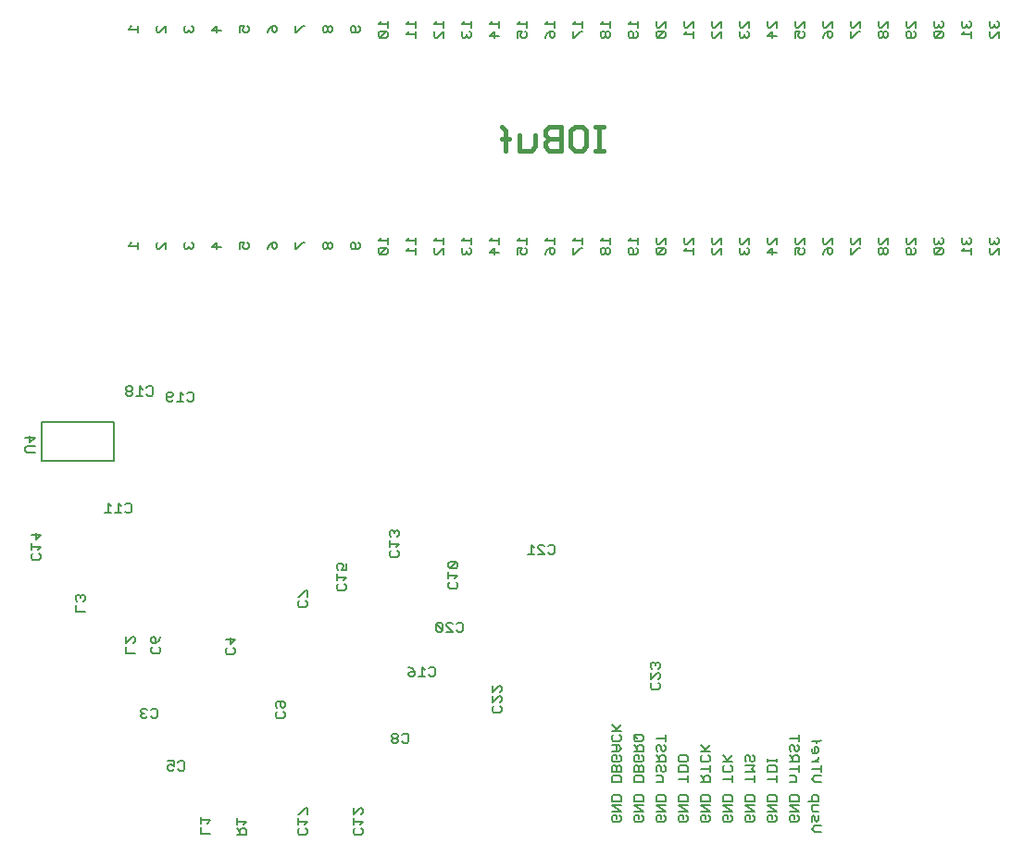
<source format=gbo>
G75*
%MOIN*%
%OFA0B0*%
%FSLAX25Y25*%
%IPPOS*%
%LPD*%
%AMOC8*
5,1,8,0,0,1.08239X$1,22.5*
%
%ADD10C,0.01500*%
%ADD11C,0.00500*%
%ADD12C,0.00800*%
D10*
X0250549Y0270750D02*
X0250549Y0277839D01*
X0249131Y0279257D01*
X0249131Y0275004D02*
X0251967Y0275004D01*
X0255503Y0276422D02*
X0255503Y0270750D01*
X0259757Y0270750D01*
X0261174Y0272168D01*
X0261174Y0276422D01*
X0264711Y0276422D02*
X0266129Y0275004D01*
X0270382Y0275004D01*
X0270382Y0279257D02*
X0266129Y0279257D01*
X0264711Y0277839D01*
X0264711Y0276422D01*
X0266129Y0275004D02*
X0264711Y0273586D01*
X0264711Y0272168D01*
X0266129Y0270750D01*
X0270382Y0270750D01*
X0270382Y0279257D01*
X0273919Y0277839D02*
X0275337Y0279257D01*
X0278172Y0279257D01*
X0279590Y0277839D01*
X0279590Y0272168D01*
X0278172Y0270750D01*
X0275337Y0270750D01*
X0273919Y0272168D01*
X0273919Y0277839D01*
X0282893Y0279257D02*
X0285729Y0279257D01*
X0284311Y0279257D02*
X0284311Y0270750D01*
X0285729Y0270750D02*
X0282893Y0270750D01*
D11*
X0119210Y0066834D02*
X0119794Y0066250D01*
X0120962Y0066250D01*
X0121546Y0066834D01*
X0122893Y0066834D02*
X0123477Y0066250D01*
X0124645Y0066250D01*
X0125229Y0066834D01*
X0125229Y0069169D01*
X0124645Y0069753D01*
X0123477Y0069753D01*
X0122893Y0069169D01*
X0121546Y0069169D02*
X0120962Y0069753D01*
X0119794Y0069753D01*
X0119210Y0069169D01*
X0119210Y0068585D01*
X0119794Y0068001D01*
X0119210Y0067418D01*
X0119210Y0066834D01*
X0119794Y0068001D02*
X0120378Y0068001D01*
X0128899Y0050816D02*
X0131235Y0050816D01*
X0131235Y0049064D01*
X0130067Y0049648D01*
X0129483Y0049648D01*
X0128899Y0049064D01*
X0128899Y0047897D01*
X0129483Y0047313D01*
X0130651Y0047313D01*
X0131235Y0047897D01*
X0132583Y0047897D02*
X0133166Y0047313D01*
X0134334Y0047313D01*
X0134918Y0047897D01*
X0134918Y0050232D01*
X0134334Y0050816D01*
X0133166Y0050816D01*
X0132583Y0050232D01*
X0140729Y0030768D02*
X0140729Y0028433D01*
X0140729Y0029601D02*
X0144232Y0029601D01*
X0143064Y0028433D01*
X0140729Y0027085D02*
X0140729Y0024750D01*
X0144232Y0024750D01*
X0153729Y0024250D02*
X0157232Y0024250D01*
X0157232Y0026001D01*
X0156648Y0026585D01*
X0155480Y0026585D01*
X0154896Y0026001D01*
X0154896Y0024250D01*
X0154896Y0025418D02*
X0153729Y0026585D01*
X0153729Y0027933D02*
X0153729Y0030268D01*
X0153729Y0029101D02*
X0157232Y0029101D01*
X0156064Y0027933D01*
X0175729Y0027884D02*
X0175729Y0030219D01*
X0175729Y0029051D02*
X0179232Y0029051D01*
X0178064Y0027884D01*
X0178648Y0026536D02*
X0179232Y0025952D01*
X0179232Y0024784D01*
X0178648Y0024201D01*
X0176313Y0024201D01*
X0175729Y0024784D01*
X0175729Y0025952D01*
X0176313Y0026536D01*
X0176313Y0031567D02*
X0175729Y0031567D01*
X0176313Y0031567D02*
X0178648Y0033902D01*
X0179232Y0033902D01*
X0179232Y0031567D01*
X0195729Y0031567D02*
X0198064Y0033902D01*
X0198648Y0033902D01*
X0199232Y0033318D01*
X0199232Y0032151D01*
X0198648Y0031567D01*
X0199232Y0029051D02*
X0195729Y0029051D01*
X0195729Y0027884D02*
X0195729Y0030219D01*
X0195729Y0031567D02*
X0195729Y0033902D01*
X0199232Y0029051D02*
X0198064Y0027884D01*
X0198648Y0026536D02*
X0199232Y0025952D01*
X0199232Y0024784D01*
X0198648Y0024201D01*
X0196313Y0024201D01*
X0195729Y0024784D01*
X0195729Y0025952D01*
X0196313Y0026536D01*
X0210160Y0057250D02*
X0211328Y0057250D01*
X0211912Y0057834D01*
X0211912Y0058418D01*
X0211328Y0059001D01*
X0210160Y0059001D01*
X0209577Y0058418D01*
X0209577Y0057834D01*
X0210160Y0057250D01*
X0210160Y0059001D02*
X0209577Y0059585D01*
X0209577Y0060169D01*
X0210160Y0060753D01*
X0211328Y0060753D01*
X0211912Y0060169D01*
X0211912Y0059585D01*
X0211328Y0059001D01*
X0213260Y0057834D02*
X0213844Y0057250D01*
X0215011Y0057250D01*
X0215595Y0057834D01*
X0215595Y0060169D01*
X0215011Y0060753D01*
X0213844Y0060753D01*
X0213260Y0060169D01*
X0216111Y0081250D02*
X0215527Y0081834D01*
X0215527Y0082418D01*
X0216111Y0083001D01*
X0217862Y0083001D01*
X0217862Y0081834D01*
X0217279Y0081250D01*
X0216111Y0081250D01*
X0217862Y0083001D02*
X0216695Y0084169D01*
X0215527Y0084753D01*
X0220378Y0084753D02*
X0220378Y0081250D01*
X0221546Y0081250D02*
X0219210Y0081250D01*
X0221546Y0083585D02*
X0220378Y0084753D01*
X0222893Y0084169D02*
X0223477Y0084753D01*
X0224645Y0084753D01*
X0225229Y0084169D01*
X0225229Y0081834D01*
X0224645Y0081250D01*
X0223477Y0081250D01*
X0222893Y0081834D01*
X0226111Y0097250D02*
X0227279Y0097250D01*
X0227862Y0097834D01*
X0225527Y0100169D01*
X0225527Y0097834D01*
X0226111Y0097250D01*
X0227862Y0097834D02*
X0227862Y0100169D01*
X0227279Y0100753D01*
X0226111Y0100753D01*
X0225527Y0100169D01*
X0229210Y0100169D02*
X0229794Y0100753D01*
X0230962Y0100753D01*
X0231546Y0100169D01*
X0232893Y0100169D02*
X0233477Y0100753D01*
X0234645Y0100753D01*
X0235229Y0100169D01*
X0235229Y0097834D01*
X0234645Y0097250D01*
X0233477Y0097250D01*
X0232893Y0097834D01*
X0231546Y0097250D02*
X0229210Y0099585D01*
X0229210Y0100169D01*
X0229210Y0097250D02*
X0231546Y0097250D01*
X0232711Y0112878D02*
X0230376Y0112878D01*
X0229792Y0113462D01*
X0229792Y0114629D01*
X0230376Y0115213D01*
X0229792Y0116561D02*
X0229792Y0118896D01*
X0229792Y0117729D02*
X0233295Y0117729D01*
X0232127Y0116561D01*
X0232711Y0115213D02*
X0233295Y0114629D01*
X0233295Y0113462D01*
X0232711Y0112878D01*
X0232711Y0120244D02*
X0230376Y0120244D01*
X0232711Y0122579D01*
X0230376Y0122579D01*
X0229792Y0121996D01*
X0229792Y0120828D01*
X0230376Y0120244D01*
X0232711Y0120244D02*
X0233295Y0120828D01*
X0233295Y0121996D01*
X0232711Y0122579D01*
X0212232Y0124834D02*
X0211648Y0124250D01*
X0209313Y0124250D01*
X0208729Y0124834D01*
X0208729Y0126001D01*
X0209313Y0126585D01*
X0208729Y0127933D02*
X0208729Y0130268D01*
X0208729Y0129101D02*
X0212232Y0129101D01*
X0211064Y0127933D01*
X0211648Y0126585D02*
X0212232Y0126001D01*
X0212232Y0124834D01*
X0211648Y0131616D02*
X0212232Y0132200D01*
X0212232Y0133368D01*
X0211648Y0133952D01*
X0211064Y0133952D01*
X0210480Y0133368D01*
X0209896Y0133952D01*
X0209313Y0133952D01*
X0208729Y0133368D01*
X0208729Y0132200D01*
X0209313Y0131616D01*
X0210480Y0132784D02*
X0210480Y0133368D01*
X0193232Y0121952D02*
X0193232Y0119616D01*
X0191480Y0119616D01*
X0192064Y0120784D01*
X0192064Y0121368D01*
X0191480Y0121952D01*
X0190313Y0121952D01*
X0189729Y0121368D01*
X0189729Y0120200D01*
X0190313Y0119616D01*
X0189729Y0118268D02*
X0189729Y0115933D01*
X0189729Y0117101D02*
X0193232Y0117101D01*
X0192064Y0115933D01*
X0192648Y0114585D02*
X0193232Y0114001D01*
X0193232Y0112834D01*
X0192648Y0112250D01*
X0190313Y0112250D01*
X0189729Y0112834D01*
X0189729Y0114001D01*
X0190313Y0114585D01*
X0179232Y0112268D02*
X0179232Y0109933D01*
X0178648Y0108585D02*
X0179232Y0108001D01*
X0179232Y0106834D01*
X0178648Y0106250D01*
X0176313Y0106250D01*
X0175729Y0106834D01*
X0175729Y0108001D01*
X0176313Y0108585D01*
X0176313Y0109933D02*
X0175729Y0109933D01*
X0176313Y0109933D02*
X0178648Y0112268D01*
X0179232Y0112268D01*
X0153232Y0094685D02*
X0151480Y0092933D01*
X0151480Y0095268D01*
X0149729Y0094685D02*
X0153232Y0094685D01*
X0152648Y0091585D02*
X0153232Y0091001D01*
X0153232Y0089834D01*
X0152648Y0089250D01*
X0150313Y0089250D01*
X0149729Y0089834D01*
X0149729Y0091001D01*
X0150313Y0091585D01*
X0168313Y0072268D02*
X0170648Y0072268D01*
X0171232Y0071685D01*
X0171232Y0070517D01*
X0170648Y0069933D01*
X0170064Y0069933D01*
X0169480Y0070517D01*
X0169480Y0072268D01*
X0168313Y0072268D02*
X0167729Y0071685D01*
X0167729Y0070517D01*
X0168313Y0069933D01*
X0168313Y0068585D02*
X0167729Y0068001D01*
X0167729Y0066834D01*
X0168313Y0066250D01*
X0170648Y0066250D01*
X0171232Y0066834D01*
X0171232Y0068001D01*
X0170648Y0068585D01*
X0126295Y0090145D02*
X0125711Y0089561D01*
X0123376Y0089561D01*
X0122792Y0090145D01*
X0122792Y0091312D01*
X0123376Y0091896D01*
X0123376Y0093244D02*
X0122792Y0093828D01*
X0122792Y0094996D01*
X0123376Y0095579D01*
X0123959Y0095579D01*
X0124543Y0094996D01*
X0124543Y0093244D01*
X0123376Y0093244D01*
X0124543Y0093244D02*
X0125711Y0094412D01*
X0126295Y0095579D01*
X0125711Y0091896D02*
X0126295Y0091312D01*
X0126295Y0090145D01*
X0117232Y0089750D02*
X0113729Y0089750D01*
X0113729Y0092085D01*
X0113729Y0093433D02*
X0116064Y0095768D01*
X0116648Y0095768D01*
X0117232Y0095185D01*
X0117232Y0094017D01*
X0116648Y0093433D01*
X0113729Y0093433D02*
X0113729Y0095768D01*
X0099232Y0104750D02*
X0095729Y0104750D01*
X0095729Y0107085D01*
X0096313Y0108433D02*
X0095729Y0109017D01*
X0095729Y0110185D01*
X0096313Y0110768D01*
X0096896Y0110768D01*
X0097480Y0110185D01*
X0097480Y0109601D01*
X0097480Y0110185D02*
X0098064Y0110768D01*
X0098648Y0110768D01*
X0099232Y0110185D01*
X0099232Y0109017D01*
X0098648Y0108433D01*
X0083232Y0123834D02*
X0082648Y0123250D01*
X0080313Y0123250D01*
X0079729Y0123834D01*
X0079729Y0125001D01*
X0080313Y0125585D01*
X0079729Y0126933D02*
X0079729Y0129268D01*
X0079729Y0128101D02*
X0083232Y0128101D01*
X0082064Y0126933D01*
X0082648Y0125585D02*
X0083232Y0125001D01*
X0083232Y0123834D01*
X0081480Y0130616D02*
X0081480Y0132952D01*
X0079729Y0132368D02*
X0083232Y0132368D01*
X0081480Y0130616D01*
X0106204Y0140187D02*
X0108540Y0140187D01*
X0107372Y0140187D02*
X0107372Y0143690D01*
X0108540Y0142522D01*
X0109887Y0140187D02*
X0112223Y0140187D01*
X0111055Y0140187D02*
X0111055Y0143690D01*
X0112223Y0142522D01*
X0113571Y0143106D02*
X0114154Y0143690D01*
X0115322Y0143690D01*
X0115906Y0143106D01*
X0115906Y0140771D01*
X0115322Y0140187D01*
X0114154Y0140187D01*
X0113571Y0140771D01*
X0081032Y0161884D02*
X0078113Y0161884D01*
X0077529Y0162468D01*
X0077529Y0163635D01*
X0078113Y0164219D01*
X0081032Y0164219D01*
X0079280Y0165567D02*
X0079280Y0167902D01*
X0077529Y0167318D02*
X0081032Y0167318D01*
X0079280Y0165567D01*
X0113899Y0182897D02*
X0114483Y0182313D01*
X0115651Y0182313D01*
X0116235Y0182897D01*
X0116235Y0183481D01*
X0115651Y0184064D01*
X0114483Y0184064D01*
X0113899Y0183481D01*
X0113899Y0182897D01*
X0114483Y0184064D02*
X0113899Y0184648D01*
X0113899Y0185232D01*
X0114483Y0185816D01*
X0115651Y0185816D01*
X0116235Y0185232D01*
X0116235Y0184648D01*
X0115651Y0184064D01*
X0117583Y0182313D02*
X0119918Y0182313D01*
X0118750Y0182313D02*
X0118750Y0185816D01*
X0119918Y0184648D01*
X0121266Y0185232D02*
X0121850Y0185816D01*
X0123017Y0185816D01*
X0123601Y0185232D01*
X0123601Y0182897D01*
X0123017Y0182313D01*
X0121850Y0182313D01*
X0121266Y0182897D01*
X0128527Y0183169D02*
X0129111Y0183753D01*
X0130279Y0183753D01*
X0130862Y0183169D01*
X0130862Y0182585D01*
X0130279Y0182001D01*
X0128527Y0182001D01*
X0128527Y0180834D02*
X0128527Y0183169D01*
X0128527Y0180834D02*
X0129111Y0180250D01*
X0130279Y0180250D01*
X0130862Y0180834D01*
X0132210Y0180250D02*
X0134546Y0180250D01*
X0133378Y0180250D02*
X0133378Y0183753D01*
X0134546Y0182585D01*
X0135893Y0183169D02*
X0136477Y0183753D01*
X0137645Y0183753D01*
X0138229Y0183169D01*
X0138229Y0180834D01*
X0137645Y0180250D01*
X0136477Y0180250D01*
X0135893Y0180834D01*
X0135893Y0235256D02*
X0136477Y0235840D01*
X0137061Y0235256D01*
X0137645Y0235256D01*
X0138229Y0235840D01*
X0138229Y0237008D01*
X0137645Y0237592D01*
X0136477Y0236424D02*
X0136477Y0235840D01*
X0135893Y0235256D02*
X0135310Y0235256D01*
X0134726Y0235840D01*
X0134726Y0237008D01*
X0135310Y0237592D01*
X0128229Y0237592D02*
X0128229Y0235256D01*
X0128229Y0237592D02*
X0125893Y0235256D01*
X0125310Y0235256D01*
X0124726Y0235840D01*
X0124726Y0237008D01*
X0125310Y0237592D01*
X0118229Y0237592D02*
X0118229Y0235256D01*
X0118229Y0236424D02*
X0114726Y0236424D01*
X0115893Y0237592D01*
X0144726Y0235840D02*
X0146477Y0237592D01*
X0146477Y0235256D01*
X0144726Y0235840D02*
X0148229Y0235840D01*
X0154726Y0235256D02*
X0154726Y0237592D01*
X0156477Y0237592D01*
X0155893Y0236424D01*
X0155893Y0235840D01*
X0156477Y0235256D01*
X0157645Y0235256D01*
X0158229Y0235840D01*
X0158229Y0237008D01*
X0157645Y0237592D01*
X0164726Y0235256D02*
X0165310Y0236424D01*
X0166477Y0237592D01*
X0166477Y0235840D01*
X0167061Y0235256D01*
X0167645Y0235256D01*
X0168229Y0235840D01*
X0168229Y0237008D01*
X0167645Y0237592D01*
X0166477Y0237592D01*
X0174726Y0237592D02*
X0174726Y0235256D01*
X0175310Y0235256D01*
X0177645Y0237592D01*
X0178229Y0237592D01*
X0184726Y0237008D02*
X0184726Y0235840D01*
X0185310Y0235256D01*
X0185893Y0235256D01*
X0186477Y0235840D01*
X0186477Y0237008D01*
X0185893Y0237592D01*
X0185310Y0237592D01*
X0184726Y0237008D01*
X0186477Y0237008D02*
X0187061Y0237592D01*
X0187645Y0237592D01*
X0188229Y0237008D01*
X0188229Y0235840D01*
X0187645Y0235256D01*
X0187061Y0235256D01*
X0186477Y0235840D01*
X0194726Y0235840D02*
X0195310Y0235256D01*
X0197645Y0235256D01*
X0198229Y0235840D01*
X0198229Y0237008D01*
X0197645Y0237592D01*
X0196477Y0237008D02*
X0196477Y0235256D01*
X0196477Y0237008D02*
X0195893Y0237592D01*
X0195310Y0237592D01*
X0194726Y0237008D01*
X0194726Y0235840D01*
X0204726Y0235166D02*
X0204726Y0233999D01*
X0205310Y0233415D01*
X0207645Y0235750D01*
X0208229Y0235166D01*
X0208229Y0233999D01*
X0207645Y0233415D01*
X0205310Y0233415D01*
X0204726Y0235166D02*
X0205310Y0235750D01*
X0207645Y0235750D01*
X0208229Y0237098D02*
X0208229Y0239433D01*
X0208229Y0238265D02*
X0204726Y0238265D01*
X0205893Y0239433D01*
X0214726Y0238265D02*
X0218229Y0238265D01*
X0218229Y0237098D02*
X0218229Y0239433D01*
X0215893Y0239433D02*
X0214726Y0238265D01*
X0215893Y0235750D02*
X0214726Y0234582D01*
X0218229Y0234582D01*
X0218229Y0233415D02*
X0218229Y0235750D01*
X0224726Y0235166D02*
X0225310Y0235750D01*
X0224726Y0235166D02*
X0224726Y0233999D01*
X0225310Y0233415D01*
X0225893Y0233415D01*
X0228229Y0235750D01*
X0228229Y0233415D01*
X0228229Y0237098D02*
X0228229Y0239433D01*
X0228229Y0238265D02*
X0224726Y0238265D01*
X0225893Y0239433D01*
X0234726Y0238265D02*
X0238229Y0238265D01*
X0238229Y0237098D02*
X0238229Y0239433D01*
X0235893Y0239433D02*
X0234726Y0238265D01*
X0235310Y0235750D02*
X0234726Y0235166D01*
X0234726Y0233999D01*
X0235310Y0233415D01*
X0235893Y0233415D01*
X0236477Y0233999D01*
X0237061Y0233415D01*
X0237645Y0233415D01*
X0238229Y0233999D01*
X0238229Y0235166D01*
X0237645Y0235750D01*
X0236477Y0234582D02*
X0236477Y0233999D01*
X0244726Y0233999D02*
X0246477Y0235750D01*
X0246477Y0233415D01*
X0244726Y0233999D02*
X0248229Y0233999D01*
X0248229Y0237098D02*
X0248229Y0239433D01*
X0248229Y0238265D02*
X0244726Y0238265D01*
X0245893Y0239433D01*
X0254726Y0238265D02*
X0258229Y0238265D01*
X0258229Y0237098D02*
X0258229Y0239433D01*
X0255893Y0239433D02*
X0254726Y0238265D01*
X0254726Y0235750D02*
X0256477Y0235750D01*
X0255893Y0234582D01*
X0255893Y0233999D01*
X0256477Y0233415D01*
X0257645Y0233415D01*
X0258229Y0233999D01*
X0258229Y0235166D01*
X0257645Y0235750D01*
X0254726Y0235750D02*
X0254726Y0233415D01*
X0264726Y0233415D02*
X0265310Y0234582D01*
X0266477Y0235750D01*
X0266477Y0233999D01*
X0267061Y0233415D01*
X0267645Y0233415D01*
X0268229Y0233999D01*
X0268229Y0235166D01*
X0267645Y0235750D01*
X0266477Y0235750D01*
X0268229Y0237098D02*
X0268229Y0239433D01*
X0268229Y0238265D02*
X0264726Y0238265D01*
X0265893Y0239433D01*
X0274726Y0238265D02*
X0278229Y0238265D01*
X0278229Y0237098D02*
X0278229Y0239433D01*
X0275893Y0239433D02*
X0274726Y0238265D01*
X0274726Y0235750D02*
X0274726Y0233415D01*
X0275310Y0233415D01*
X0277645Y0235750D01*
X0278229Y0235750D01*
X0284726Y0235166D02*
X0284726Y0233999D01*
X0285310Y0233415D01*
X0285893Y0233415D01*
X0286477Y0233999D01*
X0286477Y0235166D01*
X0285893Y0235750D01*
X0285310Y0235750D01*
X0284726Y0235166D01*
X0286477Y0235166D02*
X0287061Y0235750D01*
X0287645Y0235750D01*
X0288229Y0235166D01*
X0288229Y0233999D01*
X0287645Y0233415D01*
X0287061Y0233415D01*
X0286477Y0233999D01*
X0288229Y0237098D02*
X0288229Y0239433D01*
X0288229Y0238265D02*
X0284726Y0238265D01*
X0285893Y0239433D01*
X0294726Y0238265D02*
X0298229Y0238265D01*
X0298229Y0237098D02*
X0298229Y0239433D01*
X0295893Y0239433D02*
X0294726Y0238265D01*
X0295310Y0235750D02*
X0295893Y0235750D01*
X0296477Y0235166D01*
X0296477Y0233415D01*
X0295310Y0233415D02*
X0294726Y0233999D01*
X0294726Y0235166D01*
X0295310Y0235750D01*
X0297645Y0235750D02*
X0298229Y0235166D01*
X0298229Y0233999D01*
X0297645Y0233415D01*
X0295310Y0233415D01*
X0304726Y0233999D02*
X0305310Y0233415D01*
X0307645Y0235750D01*
X0308229Y0235166D01*
X0308229Y0233999D01*
X0307645Y0233415D01*
X0305310Y0233415D01*
X0304726Y0233999D02*
X0304726Y0235166D01*
X0305310Y0235750D01*
X0307645Y0235750D01*
X0308229Y0237098D02*
X0308229Y0239433D01*
X0305893Y0237098D01*
X0305310Y0237098D01*
X0304726Y0237682D01*
X0304726Y0238849D01*
X0305310Y0239433D01*
X0314726Y0238849D02*
X0315310Y0239433D01*
X0314726Y0238849D02*
X0314726Y0237682D01*
X0315310Y0237098D01*
X0315893Y0237098D01*
X0318229Y0239433D01*
X0318229Y0237098D01*
X0318229Y0235750D02*
X0318229Y0233415D01*
X0318229Y0234582D02*
X0314726Y0234582D01*
X0315893Y0235750D01*
X0324726Y0235166D02*
X0325310Y0235750D01*
X0324726Y0235166D02*
X0324726Y0233999D01*
X0325310Y0233415D01*
X0325893Y0233415D01*
X0328229Y0235750D01*
X0328229Y0233415D01*
X0328229Y0237098D02*
X0328229Y0239433D01*
X0325893Y0237098D01*
X0325310Y0237098D01*
X0324726Y0237682D01*
X0324726Y0238849D01*
X0325310Y0239433D01*
X0334726Y0238849D02*
X0335310Y0239433D01*
X0334726Y0238849D02*
X0334726Y0237682D01*
X0335310Y0237098D01*
X0335893Y0237098D01*
X0338229Y0239433D01*
X0338229Y0237098D01*
X0337645Y0235750D02*
X0338229Y0235166D01*
X0338229Y0233999D01*
X0337645Y0233415D01*
X0337061Y0233415D01*
X0336477Y0233999D01*
X0336477Y0234582D01*
X0336477Y0233999D02*
X0335893Y0233415D01*
X0335310Y0233415D01*
X0334726Y0233999D01*
X0334726Y0235166D01*
X0335310Y0235750D01*
X0344726Y0233999D02*
X0346477Y0235750D01*
X0346477Y0233415D01*
X0344726Y0233999D02*
X0348229Y0233999D01*
X0348229Y0237098D02*
X0348229Y0239433D01*
X0345893Y0237098D01*
X0345310Y0237098D01*
X0344726Y0237682D01*
X0344726Y0238849D01*
X0345310Y0239433D01*
X0354726Y0238849D02*
X0355310Y0239433D01*
X0354726Y0238849D02*
X0354726Y0237682D01*
X0355310Y0237098D01*
X0355893Y0237098D01*
X0358229Y0239433D01*
X0358229Y0237098D01*
X0357645Y0235750D02*
X0358229Y0235166D01*
X0358229Y0233999D01*
X0357645Y0233415D01*
X0356477Y0233415D01*
X0355893Y0233999D01*
X0355893Y0234582D01*
X0356477Y0235750D01*
X0354726Y0235750D01*
X0354726Y0233415D01*
X0364726Y0233415D02*
X0365310Y0234582D01*
X0366477Y0235750D01*
X0366477Y0233999D01*
X0367061Y0233415D01*
X0367645Y0233415D01*
X0368229Y0233999D01*
X0368229Y0235166D01*
X0367645Y0235750D01*
X0366477Y0235750D01*
X0365893Y0237098D02*
X0365310Y0237098D01*
X0364726Y0237682D01*
X0364726Y0238849D01*
X0365310Y0239433D01*
X0365893Y0237098D02*
X0368229Y0239433D01*
X0368229Y0237098D01*
X0374726Y0237682D02*
X0374726Y0238849D01*
X0375310Y0239433D01*
X0374726Y0237682D02*
X0375310Y0237098D01*
X0375893Y0237098D01*
X0378229Y0239433D01*
X0378229Y0237098D01*
X0378229Y0235750D02*
X0377645Y0235750D01*
X0375310Y0233415D01*
X0374726Y0233415D01*
X0374726Y0235750D01*
X0384726Y0235166D02*
X0384726Y0233999D01*
X0385310Y0233415D01*
X0385893Y0233415D01*
X0386477Y0233999D01*
X0386477Y0235166D01*
X0385893Y0235750D01*
X0385310Y0235750D01*
X0384726Y0235166D01*
X0386477Y0235166D02*
X0387061Y0235750D01*
X0387645Y0235750D01*
X0388229Y0235166D01*
X0388229Y0233999D01*
X0387645Y0233415D01*
X0387061Y0233415D01*
X0386477Y0233999D01*
X0385893Y0237098D02*
X0385310Y0237098D01*
X0384726Y0237682D01*
X0384726Y0238849D01*
X0385310Y0239433D01*
X0385893Y0237098D02*
X0388229Y0239433D01*
X0388229Y0237098D01*
X0394726Y0237682D02*
X0394726Y0238849D01*
X0395310Y0239433D01*
X0394726Y0237682D02*
X0395310Y0237098D01*
X0395893Y0237098D01*
X0398229Y0239433D01*
X0398229Y0237098D01*
X0397645Y0235750D02*
X0398229Y0235166D01*
X0398229Y0233999D01*
X0397645Y0233415D01*
X0395310Y0233415D01*
X0394726Y0233999D01*
X0394726Y0235166D01*
X0395310Y0235750D01*
X0395893Y0235750D01*
X0396477Y0235166D01*
X0396477Y0233415D01*
X0404726Y0233999D02*
X0405310Y0233415D01*
X0407645Y0235750D01*
X0408229Y0235166D01*
X0408229Y0233999D01*
X0407645Y0233415D01*
X0405310Y0233415D01*
X0404726Y0233999D02*
X0404726Y0235166D01*
X0405310Y0235750D01*
X0407645Y0235750D01*
X0407645Y0237098D02*
X0408229Y0237682D01*
X0408229Y0238849D01*
X0407645Y0239433D01*
X0406477Y0238265D02*
X0406477Y0237682D01*
X0407061Y0237098D01*
X0407645Y0237098D01*
X0406477Y0237682D02*
X0405893Y0237098D01*
X0405310Y0237098D01*
X0404726Y0237682D01*
X0404726Y0238849D01*
X0405310Y0239433D01*
X0414726Y0238849D02*
X0414726Y0237682D01*
X0415310Y0237098D01*
X0415893Y0237098D01*
X0416477Y0237682D01*
X0417061Y0237098D01*
X0417645Y0237098D01*
X0418229Y0237682D01*
X0418229Y0238849D01*
X0417645Y0239433D01*
X0416477Y0238265D02*
X0416477Y0237682D01*
X0415893Y0235750D02*
X0414726Y0234582D01*
X0418229Y0234582D01*
X0418229Y0233415D02*
X0418229Y0235750D01*
X0414726Y0238849D02*
X0415310Y0239433D01*
X0424726Y0238849D02*
X0424726Y0237682D01*
X0425310Y0237098D01*
X0425893Y0237098D01*
X0426477Y0237682D01*
X0427061Y0237098D01*
X0427645Y0237098D01*
X0428229Y0237682D01*
X0428229Y0238849D01*
X0427645Y0239433D01*
X0426477Y0238265D02*
X0426477Y0237682D01*
X0425310Y0239433D02*
X0424726Y0238849D01*
X0425310Y0235750D02*
X0424726Y0235166D01*
X0424726Y0233999D01*
X0425310Y0233415D01*
X0425893Y0233415D01*
X0428229Y0235750D01*
X0428229Y0233415D01*
X0428229Y0311415D02*
X0428229Y0313750D01*
X0425893Y0311415D01*
X0425310Y0311415D01*
X0424726Y0311999D01*
X0424726Y0313166D01*
X0425310Y0313750D01*
X0425310Y0315098D02*
X0425893Y0315098D01*
X0426477Y0315682D01*
X0427061Y0315098D01*
X0427645Y0315098D01*
X0428229Y0315682D01*
X0428229Y0316849D01*
X0427645Y0317433D01*
X0426477Y0316265D02*
X0426477Y0315682D01*
X0425310Y0315098D02*
X0424726Y0315682D01*
X0424726Y0316849D01*
X0425310Y0317433D01*
X0418229Y0316849D02*
X0418229Y0315682D01*
X0417645Y0315098D01*
X0417061Y0315098D01*
X0416477Y0315682D01*
X0416477Y0316265D01*
X0416477Y0315682D02*
X0415893Y0315098D01*
X0415310Y0315098D01*
X0414726Y0315682D01*
X0414726Y0316849D01*
X0415310Y0317433D01*
X0417645Y0317433D02*
X0418229Y0316849D01*
X0418229Y0313750D02*
X0418229Y0311415D01*
X0418229Y0312582D02*
X0414726Y0312582D01*
X0415893Y0313750D01*
X0408229Y0313166D02*
X0407645Y0313750D01*
X0405310Y0311415D01*
X0407645Y0311415D01*
X0408229Y0311999D01*
X0408229Y0313166D01*
X0407645Y0313750D02*
X0405310Y0313750D01*
X0404726Y0313166D01*
X0404726Y0311999D01*
X0405310Y0311415D01*
X0405310Y0315098D02*
X0405893Y0315098D01*
X0406477Y0315682D01*
X0407061Y0315098D01*
X0407645Y0315098D01*
X0408229Y0315682D01*
X0408229Y0316849D01*
X0407645Y0317433D01*
X0406477Y0316265D02*
X0406477Y0315682D01*
X0405310Y0315098D02*
X0404726Y0315682D01*
X0404726Y0316849D01*
X0405310Y0317433D01*
X0398229Y0317433D02*
X0395893Y0315098D01*
X0395310Y0315098D01*
X0394726Y0315682D01*
X0394726Y0316849D01*
X0395310Y0317433D01*
X0398229Y0317433D02*
X0398229Y0315098D01*
X0397645Y0313750D02*
X0398229Y0313166D01*
X0398229Y0311999D01*
X0397645Y0311415D01*
X0395310Y0311415D01*
X0394726Y0311999D01*
X0394726Y0313166D01*
X0395310Y0313750D01*
X0395893Y0313750D01*
X0396477Y0313166D01*
X0396477Y0311415D01*
X0388229Y0311999D02*
X0387645Y0311415D01*
X0387061Y0311415D01*
X0386477Y0311999D01*
X0386477Y0313166D01*
X0385893Y0313750D01*
X0385310Y0313750D01*
X0384726Y0313166D01*
X0384726Y0311999D01*
X0385310Y0311415D01*
X0385893Y0311415D01*
X0386477Y0311999D01*
X0386477Y0313166D02*
X0387061Y0313750D01*
X0387645Y0313750D01*
X0388229Y0313166D01*
X0388229Y0311999D01*
X0388229Y0315098D02*
X0388229Y0317433D01*
X0385893Y0315098D01*
X0385310Y0315098D01*
X0384726Y0315682D01*
X0384726Y0316849D01*
X0385310Y0317433D01*
X0378229Y0317433D02*
X0375893Y0315098D01*
X0375310Y0315098D01*
X0374726Y0315682D01*
X0374726Y0316849D01*
X0375310Y0317433D01*
X0378229Y0317433D02*
X0378229Y0315098D01*
X0378229Y0313750D02*
X0377645Y0313750D01*
X0375310Y0311415D01*
X0374726Y0311415D01*
X0374726Y0313750D01*
X0368229Y0313166D02*
X0368229Y0311999D01*
X0367645Y0311415D01*
X0367061Y0311415D01*
X0366477Y0311999D01*
X0366477Y0313750D01*
X0367645Y0313750D01*
X0368229Y0313166D01*
X0366477Y0313750D02*
X0365310Y0312582D01*
X0364726Y0311415D01*
X0365310Y0315098D02*
X0364726Y0315682D01*
X0364726Y0316849D01*
X0365310Y0317433D01*
X0365310Y0315098D02*
X0365893Y0315098D01*
X0368229Y0317433D01*
X0368229Y0315098D01*
X0358229Y0315098D02*
X0358229Y0317433D01*
X0355893Y0315098D01*
X0355310Y0315098D01*
X0354726Y0315682D01*
X0354726Y0316849D01*
X0355310Y0317433D01*
X0354726Y0313750D02*
X0356477Y0313750D01*
X0355893Y0312582D01*
X0355893Y0311999D01*
X0356477Y0311415D01*
X0357645Y0311415D01*
X0358229Y0311999D01*
X0358229Y0313166D01*
X0357645Y0313750D01*
X0354726Y0313750D02*
X0354726Y0311415D01*
X0348229Y0311999D02*
X0344726Y0311999D01*
X0346477Y0313750D01*
X0346477Y0311415D01*
X0345893Y0315098D02*
X0345310Y0315098D01*
X0344726Y0315682D01*
X0344726Y0316849D01*
X0345310Y0317433D01*
X0345893Y0315098D02*
X0348229Y0317433D01*
X0348229Y0315098D01*
X0338229Y0315098D02*
X0338229Y0317433D01*
X0335893Y0315098D01*
X0335310Y0315098D01*
X0334726Y0315682D01*
X0334726Y0316849D01*
X0335310Y0317433D01*
X0335310Y0313750D02*
X0334726Y0313166D01*
X0334726Y0311999D01*
X0335310Y0311415D01*
X0335893Y0311415D01*
X0336477Y0311999D01*
X0337061Y0311415D01*
X0337645Y0311415D01*
X0338229Y0311999D01*
X0338229Y0313166D01*
X0337645Y0313750D01*
X0336477Y0312582D02*
X0336477Y0311999D01*
X0328229Y0311415D02*
X0328229Y0313750D01*
X0325893Y0311415D01*
X0325310Y0311415D01*
X0324726Y0311999D01*
X0324726Y0313166D01*
X0325310Y0313750D01*
X0325310Y0315098D02*
X0324726Y0315682D01*
X0324726Y0316849D01*
X0325310Y0317433D01*
X0325310Y0315098D02*
X0325893Y0315098D01*
X0328229Y0317433D01*
X0328229Y0315098D01*
X0318229Y0315098D02*
X0318229Y0317433D01*
X0315893Y0315098D01*
X0315310Y0315098D01*
X0314726Y0315682D01*
X0314726Y0316849D01*
X0315310Y0317433D01*
X0315893Y0313750D02*
X0314726Y0312582D01*
X0318229Y0312582D01*
X0318229Y0311415D02*
X0318229Y0313750D01*
X0308229Y0313166D02*
X0307645Y0313750D01*
X0305310Y0311415D01*
X0307645Y0311415D01*
X0308229Y0311999D01*
X0308229Y0313166D01*
X0307645Y0313750D02*
X0305310Y0313750D01*
X0304726Y0313166D01*
X0304726Y0311999D01*
X0305310Y0311415D01*
X0305310Y0315098D02*
X0304726Y0315682D01*
X0304726Y0316849D01*
X0305310Y0317433D01*
X0305310Y0315098D02*
X0305893Y0315098D01*
X0308229Y0317433D01*
X0308229Y0315098D01*
X0298229Y0315098D02*
X0298229Y0317433D01*
X0298229Y0316265D02*
X0294726Y0316265D01*
X0295893Y0317433D01*
X0295893Y0313750D02*
X0296477Y0313166D01*
X0296477Y0311415D01*
X0295310Y0311415D02*
X0294726Y0311999D01*
X0294726Y0313166D01*
X0295310Y0313750D01*
X0295893Y0313750D01*
X0297645Y0313750D02*
X0298229Y0313166D01*
X0298229Y0311999D01*
X0297645Y0311415D01*
X0295310Y0311415D01*
X0288229Y0311999D02*
X0288229Y0313166D01*
X0287645Y0313750D01*
X0287061Y0313750D01*
X0286477Y0313166D01*
X0286477Y0311999D01*
X0287061Y0311415D01*
X0287645Y0311415D01*
X0288229Y0311999D01*
X0286477Y0311999D02*
X0285893Y0311415D01*
X0285310Y0311415D01*
X0284726Y0311999D01*
X0284726Y0313166D01*
X0285310Y0313750D01*
X0285893Y0313750D01*
X0286477Y0313166D01*
X0288229Y0315098D02*
X0288229Y0317433D01*
X0288229Y0316265D02*
X0284726Y0316265D01*
X0285893Y0317433D01*
X0278229Y0317433D02*
X0278229Y0315098D01*
X0278229Y0316265D02*
X0274726Y0316265D01*
X0275893Y0317433D01*
X0274726Y0313750D02*
X0274726Y0311415D01*
X0275310Y0311415D01*
X0277645Y0313750D01*
X0278229Y0313750D01*
X0268229Y0313166D02*
X0268229Y0311999D01*
X0267645Y0311415D01*
X0267061Y0311415D01*
X0266477Y0311999D01*
X0266477Y0313750D01*
X0267645Y0313750D01*
X0268229Y0313166D01*
X0266477Y0313750D02*
X0265310Y0312582D01*
X0264726Y0311415D01*
X0268229Y0315098D02*
X0268229Y0317433D01*
X0268229Y0316265D02*
X0264726Y0316265D01*
X0265893Y0317433D01*
X0258229Y0317433D02*
X0258229Y0315098D01*
X0258229Y0316265D02*
X0254726Y0316265D01*
X0255893Y0317433D01*
X0256477Y0313750D02*
X0255893Y0312582D01*
X0255893Y0311999D01*
X0256477Y0311415D01*
X0257645Y0311415D01*
X0258229Y0311999D01*
X0258229Y0313166D01*
X0257645Y0313750D01*
X0256477Y0313750D02*
X0254726Y0313750D01*
X0254726Y0311415D01*
X0248229Y0311999D02*
X0244726Y0311999D01*
X0246477Y0313750D01*
X0246477Y0311415D01*
X0248229Y0315098D02*
X0248229Y0317433D01*
X0248229Y0316265D02*
X0244726Y0316265D01*
X0245893Y0317433D01*
X0238229Y0317433D02*
X0238229Y0315098D01*
X0238229Y0316265D02*
X0234726Y0316265D01*
X0235893Y0317433D01*
X0235310Y0313750D02*
X0234726Y0313166D01*
X0234726Y0311999D01*
X0235310Y0311415D01*
X0235893Y0311415D01*
X0236477Y0311999D01*
X0237061Y0311415D01*
X0237645Y0311415D01*
X0238229Y0311999D01*
X0238229Y0313166D01*
X0237645Y0313750D01*
X0236477Y0312582D02*
X0236477Y0311999D01*
X0228229Y0311415D02*
X0228229Y0313750D01*
X0225893Y0311415D01*
X0225310Y0311415D01*
X0224726Y0311999D01*
X0224726Y0313166D01*
X0225310Y0313750D01*
X0224726Y0316265D02*
X0228229Y0316265D01*
X0228229Y0315098D02*
X0228229Y0317433D01*
X0225893Y0317433D02*
X0224726Y0316265D01*
X0218229Y0316265D02*
X0214726Y0316265D01*
X0215893Y0317433D01*
X0218229Y0317433D02*
X0218229Y0315098D01*
X0218229Y0313750D02*
X0218229Y0311415D01*
X0218229Y0312582D02*
X0214726Y0312582D01*
X0215893Y0313750D01*
X0208229Y0313166D02*
X0207645Y0313750D01*
X0205310Y0311415D01*
X0207645Y0311415D01*
X0208229Y0311999D01*
X0208229Y0313166D01*
X0207645Y0313750D02*
X0205310Y0313750D01*
X0204726Y0313166D01*
X0204726Y0311999D01*
X0205310Y0311415D01*
X0208229Y0315098D02*
X0208229Y0317433D01*
X0208229Y0316265D02*
X0204726Y0316265D01*
X0205893Y0317433D01*
X0198229Y0315008D02*
X0198229Y0313840D01*
X0197645Y0313256D01*
X0195310Y0313256D01*
X0194726Y0313840D01*
X0194726Y0315008D01*
X0195310Y0315592D01*
X0195893Y0315592D01*
X0196477Y0315008D01*
X0196477Y0313256D01*
X0198229Y0315008D02*
X0197645Y0315592D01*
X0188229Y0315008D02*
X0187645Y0315592D01*
X0187061Y0315592D01*
X0186477Y0315008D01*
X0186477Y0313840D01*
X0187061Y0313256D01*
X0187645Y0313256D01*
X0188229Y0313840D01*
X0188229Y0315008D01*
X0186477Y0315008D02*
X0185893Y0315592D01*
X0185310Y0315592D01*
X0184726Y0315008D01*
X0184726Y0313840D01*
X0185310Y0313256D01*
X0185893Y0313256D01*
X0186477Y0313840D01*
X0178229Y0315592D02*
X0177645Y0315592D01*
X0175310Y0313256D01*
X0174726Y0313256D01*
X0174726Y0315592D01*
X0168229Y0315008D02*
X0168229Y0313840D01*
X0167645Y0313256D01*
X0167061Y0313256D01*
X0166477Y0313840D01*
X0166477Y0315592D01*
X0167645Y0315592D01*
X0168229Y0315008D01*
X0166477Y0315592D02*
X0165310Y0314424D01*
X0164726Y0313256D01*
X0158229Y0313840D02*
X0158229Y0315008D01*
X0157645Y0315592D01*
X0156477Y0315592D02*
X0155893Y0314424D01*
X0155893Y0313840D01*
X0156477Y0313256D01*
X0157645Y0313256D01*
X0158229Y0313840D01*
X0156477Y0315592D02*
X0154726Y0315592D01*
X0154726Y0313256D01*
X0148229Y0313840D02*
X0144726Y0313840D01*
X0146477Y0315592D01*
X0146477Y0313256D01*
X0138229Y0313840D02*
X0138229Y0315008D01*
X0137645Y0315592D01*
X0136477Y0314424D02*
X0136477Y0313840D01*
X0137061Y0313256D01*
X0137645Y0313256D01*
X0138229Y0313840D01*
X0136477Y0313840D02*
X0135893Y0313256D01*
X0135310Y0313256D01*
X0134726Y0313840D01*
X0134726Y0315008D01*
X0135310Y0315592D01*
X0128229Y0315592D02*
X0125893Y0313256D01*
X0125310Y0313256D01*
X0124726Y0313840D01*
X0124726Y0315008D01*
X0125310Y0315592D01*
X0128229Y0315592D02*
X0128229Y0313256D01*
X0118229Y0313256D02*
X0118229Y0315592D01*
X0118229Y0314424D02*
X0114726Y0314424D01*
X0115893Y0315592D01*
X0259695Y0128753D02*
X0259695Y0125250D01*
X0260862Y0125250D02*
X0258527Y0125250D01*
X0260862Y0127585D02*
X0259695Y0128753D01*
X0262210Y0128169D02*
X0262794Y0128753D01*
X0263962Y0128753D01*
X0264546Y0128169D01*
X0265893Y0128169D02*
X0266477Y0128753D01*
X0267645Y0128753D01*
X0268229Y0128169D01*
X0268229Y0125834D01*
X0267645Y0125250D01*
X0266477Y0125250D01*
X0265893Y0125834D01*
X0264546Y0125250D02*
X0262210Y0127585D01*
X0262210Y0128169D01*
X0262210Y0125250D02*
X0264546Y0125250D01*
X0303313Y0086402D02*
X0302729Y0085818D01*
X0302729Y0084651D01*
X0303313Y0084067D01*
X0302729Y0082719D02*
X0302729Y0080384D01*
X0305064Y0082719D01*
X0305648Y0082719D01*
X0306232Y0082135D01*
X0306232Y0080968D01*
X0305648Y0080384D01*
X0305648Y0079036D02*
X0306232Y0078452D01*
X0306232Y0077284D01*
X0305648Y0076701D01*
X0303313Y0076701D01*
X0302729Y0077284D01*
X0302729Y0078452D01*
X0303313Y0079036D01*
X0305648Y0084067D02*
X0306232Y0084651D01*
X0306232Y0085818D01*
X0305648Y0086402D01*
X0305064Y0086402D01*
X0304480Y0085818D01*
X0303896Y0086402D01*
X0303313Y0086402D01*
X0304480Y0085818D02*
X0304480Y0085235D01*
X0292232Y0063902D02*
X0289896Y0061567D01*
X0290480Y0062151D02*
X0288729Y0063902D01*
X0288729Y0061567D02*
X0292232Y0061567D01*
X0291648Y0060219D02*
X0292232Y0059635D01*
X0292232Y0058468D01*
X0291648Y0057884D01*
X0289313Y0057884D01*
X0288729Y0058468D01*
X0288729Y0059635D01*
X0289313Y0060219D01*
X0288729Y0056536D02*
X0291064Y0056536D01*
X0292232Y0055368D01*
X0291064Y0054201D01*
X0288729Y0054201D01*
X0289313Y0052853D02*
X0290480Y0052853D01*
X0290480Y0051685D01*
X0289313Y0050517D02*
X0288729Y0051101D01*
X0288729Y0052269D01*
X0289313Y0052853D01*
X0290480Y0054201D02*
X0290480Y0056536D01*
X0291648Y0052853D02*
X0292232Y0052269D01*
X0292232Y0051101D01*
X0291648Y0050517D01*
X0289313Y0050517D01*
X0289313Y0049170D02*
X0288729Y0048586D01*
X0288729Y0046834D01*
X0292232Y0046834D01*
X0292232Y0048586D01*
X0291648Y0049170D01*
X0291064Y0049170D01*
X0290480Y0048586D01*
X0290480Y0046834D01*
X0290480Y0048586D02*
X0289896Y0049170D01*
X0289313Y0049170D01*
X0289313Y0045486D02*
X0291648Y0045486D01*
X0292232Y0044903D01*
X0292232Y0043151D01*
X0288729Y0043151D01*
X0288729Y0044903D01*
X0289313Y0045486D01*
X0296729Y0044903D02*
X0296729Y0043151D01*
X0300232Y0043151D01*
X0300232Y0044903D01*
X0299648Y0045486D01*
X0297313Y0045486D01*
X0296729Y0044903D01*
X0296729Y0046834D02*
X0296729Y0048586D01*
X0297313Y0049170D01*
X0297896Y0049170D01*
X0298480Y0048586D01*
X0298480Y0046834D01*
X0296729Y0046834D02*
X0300232Y0046834D01*
X0300232Y0048586D01*
X0299648Y0049170D01*
X0299064Y0049170D01*
X0298480Y0048586D01*
X0297313Y0050517D02*
X0296729Y0051101D01*
X0296729Y0052269D01*
X0297313Y0052853D01*
X0298480Y0052853D01*
X0298480Y0051685D01*
X0299648Y0050517D02*
X0297313Y0050517D01*
X0299648Y0050517D02*
X0300232Y0051101D01*
X0300232Y0052269D01*
X0299648Y0052853D01*
X0300232Y0054201D02*
X0300232Y0055952D01*
X0299648Y0056536D01*
X0298480Y0056536D01*
X0297896Y0055952D01*
X0297896Y0054201D01*
X0297896Y0055368D02*
X0296729Y0056536D01*
X0297313Y0057884D02*
X0296729Y0058468D01*
X0296729Y0059635D01*
X0297313Y0060219D01*
X0299648Y0060219D01*
X0300232Y0059635D01*
X0300232Y0058468D01*
X0299648Y0057884D01*
X0297313Y0057884D01*
X0297896Y0059051D02*
X0296729Y0060219D01*
X0296729Y0054201D02*
X0300232Y0054201D01*
X0304729Y0054784D02*
X0305313Y0054201D01*
X0304729Y0054784D02*
X0304729Y0055952D01*
X0305313Y0056536D01*
X0305896Y0056536D01*
X0306480Y0055952D01*
X0306480Y0054784D01*
X0307064Y0054201D01*
X0307648Y0054201D01*
X0308232Y0054784D01*
X0308232Y0055952D01*
X0307648Y0056536D01*
X0308232Y0057884D02*
X0308232Y0060219D01*
X0308232Y0059051D02*
X0304729Y0059051D01*
X0304729Y0052853D02*
X0305896Y0051685D01*
X0305896Y0052269D02*
X0305896Y0050517D01*
X0304729Y0050517D02*
X0308232Y0050517D01*
X0308232Y0052269D01*
X0307648Y0052853D01*
X0306480Y0052853D01*
X0305896Y0052269D01*
X0305896Y0049170D02*
X0305313Y0049170D01*
X0304729Y0048586D01*
X0304729Y0047418D01*
X0305313Y0046834D01*
X0306480Y0047418D02*
X0306480Y0048586D01*
X0305896Y0049170D01*
X0307648Y0049170D02*
X0308232Y0048586D01*
X0308232Y0047418D01*
X0307648Y0046834D01*
X0307064Y0046834D01*
X0306480Y0047418D01*
X0306480Y0045486D02*
X0304729Y0045486D01*
X0306480Y0045486D02*
X0307064Y0044903D01*
X0307064Y0043151D01*
X0304729Y0043151D01*
X0305313Y0038635D02*
X0307648Y0038635D01*
X0308232Y0038051D01*
X0308232Y0036299D01*
X0304729Y0036299D01*
X0304729Y0038051D01*
X0305313Y0038635D01*
X0304729Y0034952D02*
X0308232Y0034952D01*
X0308232Y0032616D02*
X0304729Y0034952D01*
X0304729Y0032616D02*
X0308232Y0032616D01*
X0307648Y0031268D02*
X0308232Y0030685D01*
X0308232Y0029517D01*
X0307648Y0028933D01*
X0305313Y0028933D01*
X0304729Y0029517D01*
X0304729Y0030685D01*
X0305313Y0031268D01*
X0306480Y0031268D01*
X0306480Y0030101D01*
X0300232Y0030685D02*
X0300232Y0029517D01*
X0299648Y0028933D01*
X0297313Y0028933D01*
X0296729Y0029517D01*
X0296729Y0030685D01*
X0297313Y0031268D01*
X0298480Y0031268D01*
X0298480Y0030101D01*
X0299648Y0031268D02*
X0300232Y0030685D01*
X0300232Y0032616D02*
X0296729Y0034952D01*
X0300232Y0034952D01*
X0300232Y0036299D02*
X0296729Y0036299D01*
X0296729Y0038051D01*
X0297313Y0038635D01*
X0299648Y0038635D01*
X0300232Y0038051D01*
X0300232Y0036299D01*
X0300232Y0032616D02*
X0296729Y0032616D01*
X0292232Y0032616D02*
X0288729Y0034952D01*
X0292232Y0034952D01*
X0292232Y0036299D02*
X0288729Y0036299D01*
X0288729Y0038051D01*
X0289313Y0038635D01*
X0291648Y0038635D01*
X0292232Y0038051D01*
X0292232Y0036299D01*
X0292232Y0032616D02*
X0288729Y0032616D01*
X0289313Y0031268D02*
X0290480Y0031268D01*
X0290480Y0030101D01*
X0289313Y0031268D02*
X0288729Y0030685D01*
X0288729Y0029517D01*
X0289313Y0028933D01*
X0291648Y0028933D01*
X0292232Y0029517D01*
X0292232Y0030685D01*
X0291648Y0031268D01*
X0312729Y0030685D02*
X0313313Y0031268D01*
X0314480Y0031268D01*
X0314480Y0030101D01*
X0313313Y0028933D02*
X0312729Y0029517D01*
X0312729Y0030685D01*
X0313313Y0028933D02*
X0315648Y0028933D01*
X0316232Y0029517D01*
X0316232Y0030685D01*
X0315648Y0031268D01*
X0316232Y0032616D02*
X0312729Y0034952D01*
X0316232Y0034952D01*
X0316232Y0036299D02*
X0312729Y0036299D01*
X0312729Y0038051D01*
X0313313Y0038635D01*
X0315648Y0038635D01*
X0316232Y0038051D01*
X0316232Y0036299D01*
X0316232Y0032616D02*
X0312729Y0032616D01*
X0320729Y0032616D02*
X0324232Y0032616D01*
X0320729Y0034952D01*
X0324232Y0034952D01*
X0324232Y0036299D02*
X0324232Y0038051D01*
X0323648Y0038635D01*
X0321313Y0038635D01*
X0320729Y0038051D01*
X0320729Y0036299D01*
X0324232Y0036299D01*
X0328729Y0036299D02*
X0328729Y0038051D01*
X0329313Y0038635D01*
X0331648Y0038635D01*
X0332232Y0038051D01*
X0332232Y0036299D01*
X0328729Y0036299D01*
X0328729Y0034952D02*
X0332232Y0034952D01*
X0332232Y0032616D02*
X0328729Y0034952D01*
X0328729Y0032616D02*
X0332232Y0032616D01*
X0331648Y0031268D02*
X0332232Y0030685D01*
X0332232Y0029517D01*
X0331648Y0028933D01*
X0329313Y0028933D01*
X0328729Y0029517D01*
X0328729Y0030685D01*
X0329313Y0031268D01*
X0330480Y0031268D01*
X0330480Y0030101D01*
X0336729Y0030685D02*
X0337313Y0031268D01*
X0338480Y0031268D01*
X0338480Y0030101D01*
X0337313Y0028933D02*
X0336729Y0029517D01*
X0336729Y0030685D01*
X0337313Y0028933D02*
X0339648Y0028933D01*
X0340232Y0029517D01*
X0340232Y0030685D01*
X0339648Y0031268D01*
X0340232Y0032616D02*
X0336729Y0034952D01*
X0340232Y0034952D01*
X0340232Y0036299D02*
X0340232Y0038051D01*
X0339648Y0038635D01*
X0337313Y0038635D01*
X0336729Y0038051D01*
X0336729Y0036299D01*
X0340232Y0036299D01*
X0340232Y0032616D02*
X0336729Y0032616D01*
X0344729Y0032616D02*
X0348232Y0032616D01*
X0344729Y0034952D01*
X0348232Y0034952D01*
X0348232Y0036299D02*
X0344729Y0036299D01*
X0344729Y0038051D01*
X0345313Y0038635D01*
X0347648Y0038635D01*
X0348232Y0038051D01*
X0348232Y0036299D01*
X0352729Y0036299D02*
X0352729Y0038051D01*
X0353313Y0038635D01*
X0355648Y0038635D01*
X0356232Y0038051D01*
X0356232Y0036299D01*
X0352729Y0036299D01*
X0352729Y0034952D02*
X0356232Y0034952D01*
X0356232Y0032616D02*
X0352729Y0034952D01*
X0352729Y0032616D02*
X0356232Y0032616D01*
X0355648Y0031268D02*
X0356232Y0030685D01*
X0356232Y0029517D01*
X0355648Y0028933D01*
X0353313Y0028933D01*
X0352729Y0029517D01*
X0352729Y0030685D01*
X0353313Y0031268D01*
X0354480Y0031268D01*
X0354480Y0030101D01*
X0348232Y0030685D02*
X0348232Y0029517D01*
X0347648Y0028933D01*
X0345313Y0028933D01*
X0344729Y0029517D01*
X0344729Y0030685D01*
X0345313Y0031268D01*
X0346480Y0031268D01*
X0346480Y0030101D01*
X0347648Y0031268D02*
X0348232Y0030685D01*
X0360729Y0030685D02*
X0361313Y0031268D01*
X0361896Y0030685D01*
X0361896Y0029517D01*
X0362480Y0028933D01*
X0363064Y0029517D01*
X0363064Y0031268D01*
X0363064Y0032616D02*
X0361313Y0032616D01*
X0360729Y0033200D01*
X0360729Y0034952D01*
X0363064Y0034952D01*
X0363064Y0036299D02*
X0359561Y0036299D01*
X0360729Y0036299D02*
X0360729Y0038051D01*
X0361313Y0038635D01*
X0362480Y0038635D01*
X0363064Y0038051D01*
X0363064Y0036299D01*
X0361896Y0043151D02*
X0360729Y0044319D01*
X0361896Y0045486D01*
X0364232Y0045486D01*
X0364232Y0046834D02*
X0364232Y0049170D01*
X0364232Y0048002D02*
X0360729Y0048002D01*
X0360729Y0050517D02*
X0363064Y0050517D01*
X0361896Y0050517D02*
X0363064Y0051685D01*
X0363064Y0052269D01*
X0362480Y0053587D02*
X0363064Y0054171D01*
X0363064Y0055338D01*
X0362480Y0055922D01*
X0361896Y0055922D01*
X0361896Y0053587D01*
X0361313Y0053587D02*
X0362480Y0053587D01*
X0361313Y0053587D02*
X0360729Y0054171D01*
X0360729Y0055338D01*
X0360729Y0057854D02*
X0363648Y0057854D01*
X0364232Y0058437D01*
X0362480Y0058437D02*
X0362480Y0057270D01*
X0356232Y0057884D02*
X0356232Y0060219D01*
X0356232Y0059051D02*
X0352729Y0059051D01*
X0353313Y0056536D02*
X0352729Y0055952D01*
X0352729Y0054784D01*
X0353313Y0054201D01*
X0354480Y0054784D02*
X0354480Y0055952D01*
X0353896Y0056536D01*
X0353313Y0056536D01*
X0354480Y0054784D02*
X0355064Y0054201D01*
X0355648Y0054201D01*
X0356232Y0054784D01*
X0356232Y0055952D01*
X0355648Y0056536D01*
X0355648Y0052853D02*
X0354480Y0052853D01*
X0353896Y0052269D01*
X0353896Y0050517D01*
X0352729Y0050517D02*
X0356232Y0050517D01*
X0356232Y0052269D01*
X0355648Y0052853D01*
X0353896Y0051685D02*
X0352729Y0052853D01*
X0348232Y0051685D02*
X0348232Y0050517D01*
X0348232Y0051101D02*
X0344729Y0051101D01*
X0344729Y0050517D02*
X0344729Y0051685D01*
X0345313Y0049170D02*
X0347648Y0049170D01*
X0348232Y0048586D01*
X0348232Y0046834D01*
X0344729Y0046834D01*
X0344729Y0048586D01*
X0345313Y0049170D01*
X0348232Y0045486D02*
X0348232Y0043151D01*
X0348232Y0044319D02*
X0344729Y0044319D01*
X0340232Y0044319D02*
X0336729Y0044319D01*
X0336729Y0046834D02*
X0340232Y0046834D01*
X0339064Y0048002D01*
X0340232Y0049170D01*
X0336729Y0049170D01*
X0337313Y0050517D02*
X0336729Y0051101D01*
X0336729Y0052269D01*
X0337313Y0052853D01*
X0337896Y0052853D01*
X0338480Y0052269D01*
X0338480Y0051101D01*
X0339064Y0050517D01*
X0339648Y0050517D01*
X0340232Y0051101D01*
X0340232Y0052269D01*
X0339648Y0052853D01*
X0332232Y0052853D02*
X0329896Y0050517D01*
X0330480Y0051101D02*
X0328729Y0052853D01*
X0328729Y0050517D02*
X0332232Y0050517D01*
X0331648Y0049170D02*
X0332232Y0048586D01*
X0332232Y0047418D01*
X0331648Y0046834D01*
X0329313Y0046834D01*
X0328729Y0047418D01*
X0328729Y0048586D01*
X0329313Y0049170D01*
X0332232Y0045486D02*
X0332232Y0043151D01*
X0332232Y0044319D02*
X0328729Y0044319D01*
X0324232Y0044903D02*
X0324232Y0043151D01*
X0320729Y0043151D01*
X0321896Y0043151D02*
X0321896Y0044903D01*
X0322480Y0045486D01*
X0323648Y0045486D01*
X0324232Y0044903D01*
X0324232Y0046834D02*
X0324232Y0049170D01*
X0324232Y0048002D02*
X0320729Y0048002D01*
X0320729Y0045486D02*
X0321896Y0044319D01*
X0316232Y0044319D02*
X0312729Y0044319D01*
X0312729Y0046834D02*
X0312729Y0048586D01*
X0313313Y0049170D01*
X0315648Y0049170D01*
X0316232Y0048586D01*
X0316232Y0046834D01*
X0312729Y0046834D01*
X0313313Y0050517D02*
X0312729Y0051101D01*
X0312729Y0052269D01*
X0313313Y0052853D01*
X0315648Y0052853D01*
X0316232Y0052269D01*
X0316232Y0051101D01*
X0315648Y0050517D01*
X0313313Y0050517D01*
X0316232Y0045486D02*
X0316232Y0043151D01*
X0321313Y0050517D02*
X0320729Y0051101D01*
X0320729Y0052269D01*
X0321313Y0052853D01*
X0321896Y0054201D02*
X0324232Y0056536D01*
X0324232Y0054201D02*
X0320729Y0054201D01*
X0322480Y0054784D02*
X0320729Y0056536D01*
X0323648Y0052853D02*
X0324232Y0052269D01*
X0324232Y0051101D01*
X0323648Y0050517D01*
X0321313Y0050517D01*
X0340232Y0045486D02*
X0340232Y0043151D01*
X0352729Y0043151D02*
X0355064Y0043151D01*
X0355064Y0044903D01*
X0354480Y0045486D01*
X0352729Y0045486D01*
X0352729Y0048002D02*
X0356232Y0048002D01*
X0356232Y0046834D02*
X0356232Y0049170D01*
X0361896Y0043151D02*
X0364232Y0043151D01*
X0360729Y0030685D02*
X0360729Y0028933D01*
X0361896Y0027585D02*
X0364232Y0027585D01*
X0364232Y0025250D02*
X0361896Y0025250D01*
X0360729Y0026418D01*
X0361896Y0027585D01*
X0324232Y0029517D02*
X0323648Y0028933D01*
X0321313Y0028933D01*
X0320729Y0029517D01*
X0320729Y0030685D01*
X0321313Y0031268D01*
X0322480Y0031268D01*
X0322480Y0030101D01*
X0323648Y0031268D02*
X0324232Y0030685D01*
X0324232Y0029517D01*
X0249232Y0068784D02*
X0248648Y0068201D01*
X0246313Y0068201D01*
X0245729Y0068784D01*
X0245729Y0069952D01*
X0246313Y0070536D01*
X0245729Y0071884D02*
X0248064Y0074219D01*
X0248648Y0074219D01*
X0249232Y0073635D01*
X0249232Y0072468D01*
X0248648Y0071884D01*
X0248648Y0070536D02*
X0249232Y0069952D01*
X0249232Y0068784D01*
X0245729Y0071884D02*
X0245729Y0074219D01*
X0245729Y0075567D02*
X0248064Y0077902D01*
X0248648Y0077902D01*
X0249232Y0077318D01*
X0249232Y0076151D01*
X0248648Y0075567D01*
X0245729Y0075567D02*
X0245729Y0077902D01*
D12*
X0109380Y0159000D02*
X0109380Y0173000D01*
X0083577Y0173000D01*
X0083577Y0159000D01*
X0109380Y0159000D01*
M02*

</source>
